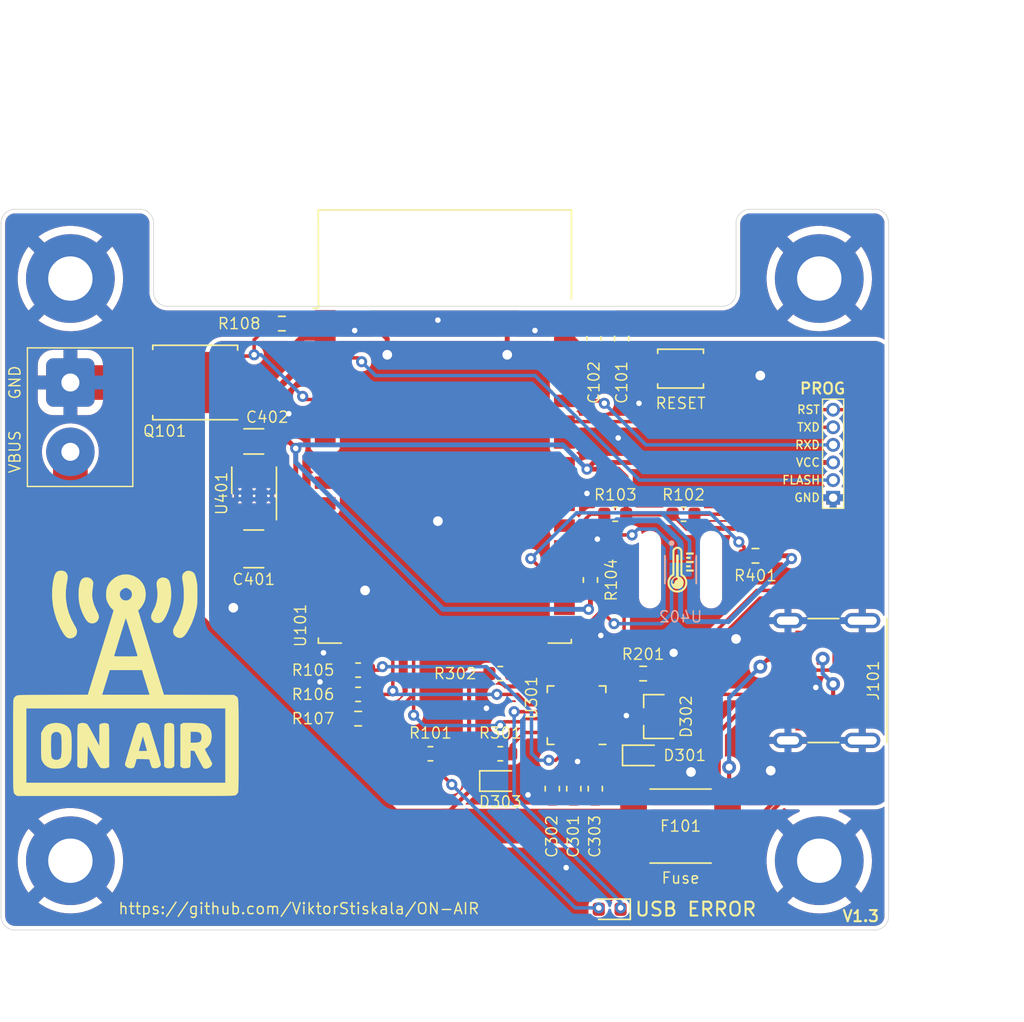
<source format=kicad_pcb>
(kicad_pcb (version 20200922) (generator pcbnew)
  (title_block (title "On AIR controller board") (rev "${version}"))
  (layers (0 "F.Cu" signal) (31 "B.Cu" signal) (34 "B.Paste" user) (35 "F.Paste" user) (36 "B.SilkS" user "B.Silkscreen") (37 "F.SilkS" user "F.Silkscreen") (38 "B.Mask" user) (39 "F.Mask" user) (44 "Edge.Cuts" user))
  (property "version" "1.3")
  (net 0 "")
  (net 1 "GND")
  (net 2 "+3V3")
  (net 3 "VBUS")
  (net 4 "Net-(C301-Pad1)")
  (net 5 "Net-(C302-Pad1)")
  (net 6 "/CC2")
  (net 7 "/CC1")
  (net 8 "/ESP_RX")
  (net 9 "/ESP_TX")
  (net 10 "/GPIO")
  (net 11 "/GP_PWM")
  (net 12 "/ESP_EN")
  (net 13 "/SCL")
  (net 14 "/SDA")
  (net 15 "/POK2")
  (net 16 "/POK3")
  (net 17 "Net-(R301-Pad1)")
  (net 18 "/GND_OUT")
  (net 19 "/USB_VIN")
  (net 20 "Net-(D101-Pad2)")
  (net 21 "Net-(R302-Pad2)")
  (net 22 "/ESP_IO0")
  (net 23 "/VBUS_EN_SNK")
  (net 24 "/ALERT_TEMP")
  (net 25 "/USB-C PD/RST")
  (module "Capacitor_SMD:C_0603_1608Metric" (layer "F.Cu") (at 159.75 74.33 90)
    (fp_text reference "C101" (at -3.17 0 90) (layer "F.SilkS") (effects (font (size 0.8 0.8) (thickness 0.1))))
    (fp_text value "1uF")
    (pad "1" smd roundrect (at -0.7875 0 90) (size 0.875 0.95) (layers "F.Cu" "F.Paste" "F.Mask") (net 12 "/ESP_EN"))
    (pad "2" smd roundrect (at 0.7875 0 90) (size 0.875 0.95) (layers "F.Cu" "F.Paste" "F.Mask") (net 1 "GND"))
  )
  (module "Capacitor_SMD:C_0603_1608Metric" (layer "F.Cu") (at 156.3 106.8 -90)
    (fp_text reference "C301" (at 3.45 0.043 90) (layer "F.SilkS") (effects (font (size 0.8 0.8) (thickness 0.1))))
    (fp_text value "1uF")
    (pad "1" smd roundrect (at -0.7875 0 270) (size 0.875 0.95) (layers "F.Cu" "F.Paste" "F.Mask") (net 4 "Net-(C301-Pad1)"))
    (pad "2" smd roundrect (at 0.7875 0 270) (size 0.875 0.95) (layers "F.Cu" "F.Paste" "F.Mask") (net 1 "GND"))
  )
  (module "Capacitor_SMD:C_0603_1608Metric" (layer "F.Cu") (at 157.85 106.8 -90)
    (fp_text reference "C303" (at 3.45 0.043 90) (layer "F.SilkS") (effects (font (size 0.8 0.8) (thickness 0.1))))
    (fp_text value "1uF")
    (pad "1" smd roundrect (at -0.7875 0 270) (size 0.875 0.95) (layers "F.Cu" "F.Paste" "F.Mask") (net 3 "VBUS"))
    (pad "2" smd roundrect (at 0.7875 0 270) (size 0.875 0.95) (layers "F.Cu" "F.Paste" "F.Mask") (net 1 "GND"))
  )
  (module "Diode_SMD:D_0603_1608Metric" (layer "F.Cu") (at 161.3 104.4)
    (fp_text reference "D301" (at 3 0) (layer "F.SilkS") (effects (font (size 0.8 0.8) (thickness 0.1))))
    (fp_text value "ESDA25P35")
    (pad "1" smd roundrect (at -0.7875 0) (size 0.875 0.95) (layers "F.Cu" "F.Paste" "F.Mask") (net 3 "VBUS"))
    (pad "2" smd roundrect (at 0.7875 0) (size 0.875 0.95) (layers "F.Cu" "F.Paste" "F.Mask") (net 1 "GND"))
  )
  (module "ViktorStiskala:ESProg_THT_1.27mm" (layer "F.Cu") (at 175 83.27)
    (fp_text reference "P101" hide)
    (fp_text value "ESProg_Mating_Header" hide)
    (fp_text user "GND" (at -1.878 2.54) (layer "F.SilkS") (effects (font (size 0.6 0.6) (thickness 0.1))))
    (fp_text user "RST" (at -1.778 -3.81) (layer "F.SilkS") (effects (font (size 0.6 0.6) (thickness 0.1))))
    (fp_text user "RXD" (at -1.849429 -1.27) (layer "F.SilkS") (effects (font (size 0.6 0.6) (thickness 0.1))))
    (fp_text user "VCC" (at -1.820857 0) (layer "F.SilkS") (effects (font (size 0.6 0.6) (thickness 0.1))))
    (fp_text user "PROG" (at -0.762 -5.334) (layer "F.SilkS") (effects (font (size 0.8 0.8))))
    (fp_text user "FLASH" (at -2.306571 1.27) (layer "F.SilkS") (effects (font (size 0.6 0.6) (thickness 0.1))))
    (fp_text user "TXD" (at -1.778 -2.54) (layer "F.SilkS") (effects (font (size 0.6 0.6) (thickness 0.1))))
    (pad "1" thru_hole rect (at 0 2.54) (size 1 1) (drill 0.6) (layers *.Cu *.Mask) (net 1 "GND") (clearance 0.2))
    (pad "2" thru_hole circle (at 0 1.27) (size 1 1) (drill 0.6) (layers *.Cu *.Mask) (net 22 "/ESP_IO0") (clearance 0.25))
    (pad "3" thru_hole circle (at 0 0) (size 1 1) (drill 0.6) (layers *.Cu *.Mask) (net 2 "+3V3") (clearance 0.25))
    (pad "4" thru_hole circle (at 0 -1.27) (size 1 1) (drill 0.6) (layers *.Cu *.Mask) (net 8 "/ESP_RX") (clearance 0.25))
    (pad "5" thru_hole circle (at 0 -2.54) (size 1 1) (drill 0.6) (layers *.Cu *.Mask) (net 9 "/ESP_TX") (clearance 0.25))
    (pad "6" thru_hole circle (at 0 -3.81) (size 1 1) (drill 0.6) (layers *.Cu *.Mask) (net 12 "/ESP_EN") (clearance 0.25))
  )
  (module "Resistor_SMD:R_0603_1608Metric" (layer "F.Cu") (at 164.2125 87 180)
    (fp_text reference "R102" (at 0 1.4) (layer "F.SilkS") (effects (font (size 0.8 0.8) (thickness 0.1))))
    (fp_text value "10K")
    (pad "1" smd roundrect (at -0.7875 0 180) (size 0.875 0.95) (layers "F.Cu" "F.Paste" "F.Mask") (net 12 "/ESP_EN"))
    (pad "2" smd roundrect (at 0.7875 0 180) (size 0.875 0.95) (layers "F.Cu" "F.Paste" "F.Mask") (net 2 "+3V3"))
  )
  (module "Resistor_SMD:R_0603_1608Metric" (layer "F.Cu") (at 159.2875 87 180)
    (fp_text reference "R103" (at -0.0125 1.4) (layer "F.SilkS") (effects (font (size 0.8 0.8) (thickness 0.1))))
    (fp_text value "10K")
    (pad "1" smd roundrect (at -0.7875 0 180) (size 0.875 0.95) (layers "F.Cu" "F.Paste" "F.Mask") (net 2 "+3V3"))
    (pad "2" smd roundrect (at 0.7875 0 180) (size 0.875 0.95) (layers "F.Cu" "F.Paste" "F.Mask") (net 13 "/SCL"))
  )
  (module "Resistor_SMD:R_0603_1608Metric" (layer "F.Cu") (at 157.5 91.75 90)
    (fp_text reference "R104" (at 0 1.5 90) (layer "F.SilkS") (effects (font (size 0.8 0.8) (thickness 0.1))))
    (fp_text value "10K")
    (pad "1" smd roundrect (at -0.7875 0 90) (size 0.875 0.95) (layers "F.Cu" "F.Paste" "F.Mask") (net 2 "+3V3"))
    (pad "2" smd roundrect (at 0.7875 0 90) (size 0.875 0.95) (layers "F.Cu" "F.Paste" "F.Mask") (net 14 "/SDA"))
  )
  (module "Resistor_SMD:R_0603_1608Metric" (layer "F.Cu") (at 140.75 98.25)
    (fp_text reference "R105" (at -3.25 0) (layer "F.SilkS") (effects (font (size 0.8 0.8) (thickness 0.1))))
    (fp_text value "10K")
    (pad "1" smd roundrect (at -0.7875 0) (size 0.875 0.95) (layers "F.Cu" "F.Paste" "F.Mask") (net 2 "+3V3"))
    (pad "2" smd roundrect (at 0.7875 0) (size 0.875 0.95) (layers "F.Cu" "F.Paste" "F.Mask") (net 15 "/POK2"))
  )
  (module "Resistor_SMD:R_0603_1608Metric" (layer "F.Cu") (at 140.75 100)
    (fp_text reference "R106" (at -3.25 0) (layer "F.SilkS") (effects (font (size 0.8 0.8) (thickness 0.1))))
    (fp_text value "10K")
    (pad "1" smd roundrect (at -0.7875 0) (size 0.875 0.95) (layers "F.Cu" "F.Paste" "F.Mask") (net 2 "+3V3"))
    (pad "2" smd roundrect (at 0.7875 0) (size 0.875 0.95) (layers "F.Cu" "F.Paste" "F.Mask") (net 16 "/POK3"))
  )
  (module "RF_Module:ESP32-S2-WROVER" (layer "F.Cu") (at 147 84.5)
    (fp_text reference "U101" (at -10.41 10.53 90) (layer "F.SilkS") (effects (font (size 0.8 0.8) (thickness 0.1))))
    (fp_text value "ESP32-S2-WROVER")
    (pad "1" smd rect (at -8.625 -11.775) (size 1.5 0.9) (layers "F.Cu" "F.Paste" "F.Mask") (net 1 "GND"))
    (pad "2" smd rect (at -8.625 -10.275) (size 1.5 0.9) (layers "F.Cu" "F.Paste" "F.Mask") (net 2 "+3V3"))
    (pad "3" smd rect (at -8.625 -8.775) (size 1.5 0.9) (layers "F.Cu" "F.Paste" "F.Mask") (net 22 "/ESP_IO0"))
    (pad "4" smd rect (at -8.625 -7.275) (size 1.5 0.9) (layers "F.Cu" "F.Paste" "F.Mask"))
    (pad "5" smd rect (at -8.625 -5.775) (size 1.5 0.9) (layers "F.Cu" "F.Paste" "F.Mask") (net 11 "/GP_PWM"))
    (pad "6" smd rect (at -8.625 -4.275) (size 1.5 0.9) (layers "F.Cu" "F.Paste" "F.Mask"))
    (pad "7" smd rect (at -8.625 -2.775) (size 1.5 0.9) (layers "F.Cu" "F.Paste" "F.Mask"))
    (pad "8" smd rect (at -8.625 -1.275) (size 1.5 0.9) (layers "F.Cu" "F.Paste" "F.Mask"))
    (pad "9" smd rect (at -8.625 0.225) (size 1.5 0.9) (layers "F.Cu" "F.Paste" "F.Mask"))
    (pad "10" smd rect (at -8.625 1.725) (size 1.5 0.9) (layers "F.Cu" "F.Paste" "F.Mask"))
    (pad "11" smd rect (at -8.625 3.225) (size 1.5 0.9) (layers "F.Cu" "F.Paste" "F.Mask"))
    (pad "12" smd rect (at -8.625 4.725) (size 1.5 0.9) (layers "F.Cu" "F.Paste" "F.Mask"))
    (pad "13" smd rect (at -8.625 6.225) (size 1.5 0.9) (layers "F.Cu" "F.Paste" "F.Mask"))
    (pad "14" smd rect (at -8.625 7.725) (size 1.5 0.9) (layers "F.Cu" "F.Paste" "F.Mask"))
    (pad "15" smd rect (at -8.625 9.225 180) (size 1.5 0.9) (layers "F.Cu" "F.Paste" "F.Mask"))
    (pad "16" smd rect (at -8.625 10.725 180) (size 1.5 0.9) (layers "F.Cu" "F.Paste" "F.Mask"))
    (pad "17" smd rect (at -6.75 11.475) (size 0.9 1.5) (layers "F.Cu" "F.Paste" "F.Mask"))
    (pad "18" smd rect (at -5.25 11.475) (size 0.9 1.5) (layers "F.Cu" "F.Paste" "F.Mask") (net 15 "/POK2"))
    (pad "19" smd rect (at -3.75 11.475) (size 0.9 1.5) (layers "F.Cu" "F.Paste" "F.Mask") (net 16 "/POK3"))
    (pad "20" smd rect (at -2.25 11.475) (size 0.9 1.5) (layers "F.Cu" "F.Paste" "F.Mask") (net 23 "/VBUS_EN_SNK"))
    (pad "21" smd rect (at -0.75 11.475) (size 0.9 1.5) (layers "F.Cu" "F.Paste" "F.Mask"))
    (pad "22" smd rect (at 0.75 11.475) (size 0.9 1.5) (layers "F.Cu" "F.Paste" "F.Mask"))
    (pad "23" smd rect (at 2.25 11.475) (size 0.9 1.5) (layers "F.Cu" "F.Paste" "F.Mask"))
    (pad "24" smd rect (at 3.75 11.475) (size 0.9 1.5) (layers "F.Cu" "F.Paste" "F.Mask"))
    (pad "25" smd rect (at 5.25 11.475) (size 0.9 1.5) (layers "F.Cu" "F.Paste" "F.Mask"))
    (pad "26" smd rect (at 6.75 11.475) (size 0.9 1.5) (layers "F.Cu" "F.Paste" "F.Mask") (net 1 "GND"))
    (pad "27" smd rect (at 8.625 10.825) (size 1.5 0.9) (layers "F.Cu" "F.Paste" "F.Mask"))
    (pad "28" smd rect (at 8.625 9.325) (size 1.5 0.9) (layers "F.Cu" "F.Paste" "F.Mask"))
    (pad "29" smd rect (at 8.625 7.825) (size 1.5 0.9) (layers "F.Cu" "F.Paste" "F.Mask"))
    (pad "30" smd rect (at 8.625 6.325) (size 1.5 0.9) (layers "F.Cu" "F.Paste" "F.Mask") (net 24 "/ALERT_TEMP"))
    (pad "31" smd rect (at 8.625 4.825) (size 1.5 0.9) (layers "F.Cu" "F.Paste" "F.Mask") (net 14 "/SDA"))
    (pad "32" smd rect (at 8.625 3.325) (size 1.5 0.9) (layers "F.Cu" "F.Paste" "F.Mask") (net 13 "/SCL"))
    (pad "33" smd rect (at 8.625 1.825) (size 1.5 0.9) (layers "F.Cu" "F.Paste" "F.Mask"))
    (pad "34" smd rect (at 8.625 0.325) (size 1.5 0.9) (layers "F.Cu" "F.Paste" "F.Mask"))
    (pad "35" smd rect (at 8.625 -1.175) (size 1.5 0.9) (layers "F.Cu" "F.Paste" "F.Mask"))
    (pad "36" smd rect (at 8.625 -2.675) (size 1.5 0.9) (layers "F.Cu" "F.Paste" "F.Mask"))
    (pad "37" smd rect (at 8.625 -4.175) (size 1.5 0.9) (layers "F.Cu" "F.Paste" "F.Mask") (net 9 "/ESP_TX"))
    (pad "38" smd rect (at 8.625 -5.675) (size 1.5 0.9) (layers "F.Cu" "F.Paste" "F.Mask") (net 8 "/ESP_RX"))
    (pad "39" smd rect (at 8.625 -7.175) (size 1.5 0.9) (layers "F.Cu" "F.Paste" "F.Mask"))
    (pad "40" smd rect (at 8.625 -8.775) (size 1.5 0.9) (layers "F.Cu" "F.Paste" "F.Mask"))
    (pad "41" smd rect (at 8.625 -10.275) (size 1.5 0.9) (layers "F.Cu" "F.Paste" "F.Mask") (net 12 "/ESP_EN"))
    (pad "42" smd rect (at 8.625 -11.675) (size 1.5 0.9) (layers "F.Cu" "F.Paste" "F.Mask") (net 1 "GND"))
    (pad "43" smd rect (at -1.19 -3.735) (size 4.1 4.1) (layers "F.Cu" "F.Paste" "F.Mask") (net 1 "GND"))
  )
  (module "Package_DFN_QFN:QFN-24-1EP_4x4mm_P0.5mm_EP2.7x2.7mm" (layer "F.Cu") (at 156.5 101.5 180)
    (fp_text reference "U301" (at 3.25 1.25 90) (layer "F.SilkS") (effects (font (size 0.8 0.8) (thickness 0.1))))
    (fp_text value "STUSB4500QTR")
    (pad "1" smd roundrect (at -1.9625 -1.25 180) (size 0.825 0.25) (layers "F.Cu" "F.Paste" "F.Mask") (net 7 "/CC1"))
    (pad "2" smd roundrect (at -1.9625 -0.75 180) (size 0.825 0.25) (layers "F.Cu" "F.Paste" "F.Mask") (net 7 "/CC1"))
    (pad "3" smd roundrect (at -1.9625 -0.25 180) (size 0.825 0.25) (layers "F.Cu" "F.Paste" "F.Mask"))
    (pad "4" smd roundrect (at -1.9625 0.25 180) (size 0.825 0.25) (layers "F.Cu" "F.Paste" "F.Mask") (net 6 "/CC2"))
    (pad "5" smd roundrect (at -1.9625 0.75 180) (size 0.825 0.25) (layers "F.Cu" "F.Paste" "F.Mask") (net 6 "/CC2"))
    (pad "6" smd roundrect (at -1.9625 1.25 180) (size 0.825 0.25) (layers "F.Cu" "F.Paste" "F.Mask") (net 25 "/USB-C PD/RST"))
    (pad "7" smd roundrect (at -1.25 1.9625 180) (size 0.25 0.825) (layers "F.Cu" "F.Paste" "F.Mask") (net 13 "/SCL"))
    (pad "8" smd roundrect (at -0.75 1.9625 180) (size 0.25 0.825) (layers "F.Cu" "F.Paste" "F.Mask") (net 14 "/SDA"))
    (pad "9" smd roundrect (at -0.25 1.9625 180) (size 0.25 0.825) (layers "F.Cu" "F.Paste" "F.Mask") (net 21 "Net-(R302-Pad2)"))
    (pad "10" smd roundrect (at 0.25 1.9625 180) (size 0.25 0.825) (layers "F.Cu" "F.Paste" "F.Mask") (net 1 "GND"))
    (pad "11" smd roundrect (at 0.75 1.9625 180) (size 0.25 0.825) (layers "F.Cu" "F.Paste" "F.Mask"))
    (pad "12" smd roundrect (at 1.25 1.9625 180) (size 0.25 0.825) (layers "F.Cu" "F.Paste" "F.Mask") (net 1 "GND"))
    (pad "13" smd roundrect (at 1.9625 1.25 180) (size 0.825 0.25) (layers "F.Cu" "F.Paste" "F.Mask") (net 1 "GND"))
    (pad "14" smd roundrect (at 1.9625 0.75 180) (size 0.825 0.25) (layers "F.Cu" "F.Paste" "F.Mask") (net 16 "/POK3"))
    (pad "15" smd roundrect (at 1.9625 0.25 180) (size 0.825 0.25) (layers "F.Cu" "F.Paste" "F.Mask") (net 10 "/GPIO"))
    (pad "16" smd roundrect (at 1.9625 -0.25 180) (size 0.825 0.25) (layers "F.Cu" "F.Paste" "F.Mask") (net 23 "/VBUS_EN_SNK"))
    (pad "17" smd roundrect (at 1.9625 -0.75 180) (size 0.825 0.25) (layers "F.Cu" "F.Paste" "F.Mask"))
    (pad "18" smd roundrect (at 1.9625 -1.25 180) (size 0.825 0.25) (layers "F.Cu" "F.Paste" "F.Mask") (net 17 "Net-(R301-Pad1)"))
    (pad "19" smd roundrect (at 1.25 -1.9625 180) (size 0.25 0.825) (layers "F.Cu" "F.Paste" "F.Mask"))
    (pad "20" smd roundrect (at 0.75 -1.9625 180) (size 0.25 0.825) (layers "F.Cu" "F.Paste" "F.Mask") (net 15 "/POK2"))
    (pad "21" smd roundrect (at 0.25 -1.9625 180) (size 0.25 0.825) (layers "F.Cu" "F.Paste" "F.Mask") (net 5 "Net-(C302-Pad1)"))
    (pad "22" smd roundrect (at -0.25 -1.9625 180) (size 0.25 0.825) (layers "F.Cu" "F.Paste" "F.Mask") (net 1 "GND"))
    (pad "23" smd roundrect (at -0.75 -1.9625 180) (size 0.25 0.825) (layers "F.Cu" "F.Paste" "F.Mask") (net 4 "Net-(C301-Pad1)"))
    (pad "24" smd roundrect (at -1.25 -1.9625 180) (size 0.25 0.825) (layers "F.Cu" "F.Paste" "F.Mask") (net 3 "VBUS") (clearance 0.2))
    (pad "25" smd rect (at 0 0 180) (size 2.7 2.7) (layers "F.Cu" "F.Mask") (net 1 "GND"))
  )
  (module "MountingHole:MountingHole_3.2mm_M3_Pad" (layer "F.Cu") (at 120 70)
    (fp_text reference "H101" hide)
    (fp_text value "Mount" hide)
    (pad "1" thru_hole circle (at 0 0) (size 6.4 6.4) (drill 3.2) (layers *.Cu *.Mask) (net 18 "/GND_OUT"))
  )
  (module "MountingHole:MountingHole_3.2mm_M3_Pad" (layer "F.Cu") (at 174 70)
    (fp_text reference "H102" hide)
    (fp_text value "Mount" hide)
    (pad "1" thru_hole circle (at 0 0) (size 6.4 6.4) (drill 3.2) (layers *.Cu *.Mask) (net 18 "/GND_OUT"))
  )
  (module "MountingHole:MountingHole_3.2mm_M3_Pad" (layer "F.Cu") (at 120 112)
    (fp_text reference "H103" hide)
    (fp_text value "Mount" hide)
    (pad "1" thru_hole circle (at 0 0) (size 6.4 6.4) (drill 3.2) (layers *.Cu *.Mask) (net 18 "/GND_OUT"))
  )
  (module "MountingHole:MountingHole_3.2mm_M3_Pad" (layer "F.Cu") (at 174 112)
    (fp_text reference "H104" hide)
    (fp_text value "Mount" hide)
    (pad "1" thru_hole circle (at 0 0) (size 6.4 6.4) (drill 3.2) (layers *.Cu *.Mask) (net 18 "/GND_OUT"))
  )
  (module "ViktorStiskala:DG301-5.0-02P-12-18A" (layer "F.Cu") (at 120 80 -90)
    (fp_text reference "J102" hide)
    (fp_text value "Screw_Terminal_01x02")
    (fp_text user "VBUS" (at 2.5 4 -90) (layer "F.SilkS") (effects (font (size 0.8 0.8) (thickness 0.1))))
    (fp_text user "GND" (at -2.499999 4 -90) (layer "F.SilkS") (effects (font (size 0.8 0.8) (thickness 0.1))))
    (pad "1" thru_hole roundrect (at -2.5 0 270) (size 3.5 3.5) (drill 1.3) (layers *.Cu *.Mask) (roundrect_rratio 0.15) (net 18 "/GND_OUT"))
    (pad "2" thru_hole circle (at 2.5 0 270) (size 3.5 3.5) (drill 1.3) (layers *.Cu *.Mask) (net 3 "VBUS"))
  )
  (module "ViktorStiskala:USB_C_Receptacle_Molex_105450-0101" (layer "F.Cu") (at 175.1 99 90)
    (fp_text reference "J101" (at 0 2.794 90) (layer "F.SilkS") (effects (font (size 0.8 0.8) (thickness 0.1))))
    (fp_text value "USB_C_Receptacle")
    (pad "A1" smd rect (at -3 -3.77 90) (size 0.3 0.7) (layers "F.Cu" "F.Paste" "F.Mask") (net 1 "GND"))
    (pad "A2" smd rect (at -2.5 -3.77 90) (size 0.3 0.7) (layers "F.Cu" "F.Paste" "F.Mask"))
    (pad "A3" smd rect (at -2 -3.77 90) (size 0.3 0.7) (layers "F.Cu" "F.Paste" "F.Mask"))
    (pad "A4" smd rect (at -1.5 -3.77 90) (size 0.3 0.7) (layers "F.Cu" "F.Paste" "F.Mask") (net 19 "/USB_VIN"))
    (pad "A5" smd rect (at -1 -3.77 90) (size 0.3 0.7) (layers "F.Cu" "F.Paste" "F.Mask") (net 7 "/CC1"))
    (pad "A6" smd rect (at -0.5 -3.77 90) (size 0.3 0.7) (layers "F.Cu" "F.Paste" "F.Mask"))
    (pad "A7" smd rect (at 0.5 -3.77 90) (size 0.3 0.7) (layers "F.Cu" "F.Paste" "F.Mask"))
    (pad "A8" smd rect (at 1 -3.77 90) (size 0.3 0.7) (layers "F.Cu" "F.Paste" "F.Mask"))
    (pad "A9" smd rect (at 1.5 -3.77 90) (size 0.3 0.7) (layers "F.Cu" "F.Paste" "F.Mask") (net 19 "/USB_VIN"))
    (pad "A10" smd rect (at 2 -3.77 90) (size 0.3 0.7) (layers "F.Cu" "F.Paste" "F.Mask"))
    (pad "A11" smd rect (at 2.5 -3.77 90) (size 0.3 0.7) (layers "F.Cu" "F.Paste" "F.Mask"))
    (pad "A12" smd rect (at 3 -3.77 90) (size 0.3 0.7) (layers "F.Cu" "F.Paste" "F.Mask") (net 1 "GND"))
    (pad "B1" smd rect (at 3.1 -2.47 90) (size 1 0.7) (layers "F.Cu" "F.Paste" "F.Mask") (net 1 "GND"))
    (pad "B2" smd rect (at 2.25 -2.47 90) (size 0.3 0.7) (layers "F.Cu" "F.Paste" "F.Mask"))
    (pad "B3" smd rect (at 1.75 -2.47 90) (size 0.3 0.7) (layers "F.Cu" "F.Paste" "F.Mask"))
    (pad "B4" smd rect (at 1.25 -2.47 90) (size 0.3 0.7) (layers "F.Cu" "F.Paste" "F.Mask") (net 19 "/USB_VIN"))
    (pad "B5" smd rect (at 0.75 -2.47 90) (size 0.3 0.7) (layers "F.Cu" "F.Paste" "F.Mask") (net 6 "/CC2"))
    (pad "B6" smd rect (at 0.25 -2.47 90) (size 0.3 0.7) (layers "F.Cu" "F.Paste" "F.Mask"))
    (pad "B7" smd rect (at -0.25 -2.47 90) (size 0.3 0.7) (layers "F.Cu" "F.Paste" "F.Mask"))
    (pad "B8" smd rect (at -0.75 -2.47 90) (size 0.3 0.7) (layers "F.Cu" "F.Paste" "F.Mask"))
    (pad "B9" smd rect (at -1.25 -2.47 90) (size 0.3 0.7) (layers "F.Cu" "F.Paste" "F.Mask") (net 19 "/USB_VIN"))
    (pad "B10" smd rect (at -1.75 -2.47 90) (size 0.3 0.7) (layers "F.Cu" "F.Paste" "F.Mask"))
    (pad "B11" smd rect (at -2.25 -2.47 90) (size 0.3 0.7) (layers "F.Cu" "F.Paste" "F.Mask"))
    (pad "B12" smd rect (at -3.1 -2.47 90) (size 1 0.7) (layers "F.Cu" "F.Paste" "F.Mask") (net 1 "GND"))
    (pad "S1" thru_hole oval (at 4.32 -3.36 180) (size 2.2 1.1) (drill oval 1.6 0.6) (layers *.Cu *.Mask) (net 1 "GND"))
    (pad "S1" thru_hole oval (at -4.32 -3.36 180) (size 2.2 1.1) (drill oval 1.6 0.6) (layers *.Cu *.Mask) (net 1 "GND"))
    (pad "S1" thru_hole oval (at 4.32 2 180) (size 2.6 1.1) (drill oval 2.1 0.6) (layers *.Cu *.Mask) (net 1 "GND"))
    (pad "S1" thru_hole oval (at -4.32 2 180) (size 2.6 1.1) (drill oval 2.1 0.6) (layers *.Cu *.Mask) (net 1 "GND"))
  )
  (module "Button_Switch_SMD:SW_SPST_B3U-1000P" (layer "F.Cu") (at 164 76.5)
    (fp_text reference "SW101" hide)
    (fp_text value "RESET")
    (fp_text user "RESET" (at 0 2.5 180) (layer "F.SilkS") (effects (font (size 0.8 0.8) (thickness 0.1))))
    (pad "1" smd rect (at -1.7 0) (size 0.9 1.7) (layers "F.Cu" "F.Paste" "F.Mask") (net 12 "/ESP_EN"))
    (pad "2" smd rect (at 1.7 0) (size 0.9 1.7) (layers "F.Cu" "F.Paste" "F.Mask") (net 1 "GND"))
  )
  (module "Capacitor_SMD:C_0603_1608Metric" (layer "F.Cu") (at 154.75 106.8 -90)
    (fp_text reference "C302" (at 3.45 0.043 90) (layer "F.SilkS") (effects (font (size 0.8 0.8) (thickness 0.1))))
    (fp_text value "1uF")
    (pad "1" smd roundrect (at -0.7875 0 270) (size 0.875 0.95) (layers "F.Cu" "F.Paste" "F.Mask") (net 5 "Net-(C302-Pad1)"))
    (pad "2" smd roundrect (at 0.7875 0 270) (size 0.875 0.95) (layers "F.Cu" "F.Paste" "F.Mask") (net 1 "GND"))
  )
  (module "Package_TO_SOT_SMD:SOT-23" (layer "F.Cu") (at 162.1 101.6 180)
    (fp_text reference "D302" (at -2.3 0 90) (layer "F.SilkS") (effects (font (size 0.8 0.8) (thickness 0.1))))
    (fp_text value "ESDA25W")
    (pad "1" smd rect (at -1 -0.95 180) (size 0.9 0.8) (layers "F.Cu" "F.Paste" "F.Mask") (net 7 "/CC1"))
    (pad "2" smd rect (at -1 0.95 180) (size 0.9 0.8) (layers "F.Cu" "F.Paste" "F.Mask") (net 6 "/CC2"))
    (pad "3" smd rect (at 1 0 180) (size 0.9 0.8) (layers "F.Cu" "F.Paste" "F.Mask") (net 1 "GND"))
  )
  (module "Fuse:Fuse_2920_7451Metric" (layer "F.Cu") (at 164 109.5)
    (fp_text reference "F101" (at 0 0) (layer "F.SilkS") (effects (font (size 0.8 0.8) (thickness 0.1))))
    (fp_text value "Polyfuse")
    (fp_text user "Fuse" (at 0 3.75) (layer "F.SilkS") (effects (font (size 0.8 0.8) (thickness 0.1))))
    (pad "1" smd roundrect (at -3.3875 0) (size 1.925 5.45) (layers "F.Cu" "F.Paste" "F.Mask") (roundrect_rratio 0.1298701298701299) (net 3 "VBUS"))
    (pad "2" smd roundrect (at 3.3875 0) (size 1.925 5.45) (layers "F.Cu" "F.Paste" "F.Mask") (roundrect_rratio 0.1298701298701299) (net 19 "/USB_VIN"))
  )
  (module "Resistor_SMD:R_0603_1608Metric" (layer "F.Cu") (at 151 98.5)
    (fp_text reference "R302" (at -3.25 0) (layer "F.SilkS") (effects (font (size 0.8 0.8) (thickness 0.1))))
    (fp_text value "1K")
    (pad "1" smd roundrect (at -0.7875 0) (size 0.875 0.95) (layers "F.Cu" "F.Paste" "F.Mask") (net 3 "VBUS"))
    (pad "2" smd roundrect (at 0.7875 0) (size 0.875 0.95) (layers "F.Cu" "F.Paste" "F.Mask") (net 21 "Net-(R302-Pad2)"))
  )
  (module "Resistor_SMD:R_0603_1608Metric" (layer "F.Cu") (at 151 104.284088 180)
    (fp_text reference "R301" (at 0 1.5) (layer "F.SilkS") (effects (font (size 0.8 0.8) (thickness 0.1))))
    (fp_text value "1K")
    (pad "1" smd roundrect (at -0.7875 0 180) (size 0.875 0.95) (layers "F.Cu" "F.Paste" "F.Mask") (net 17 "Net-(R301-Pad1)"))
    (pad "2" smd roundrect (at 0.7875 0 180) (size 0.875 0.95) (layers "F.Cu" "F.Paste" "F.Mask") (net 3 "VBUS"))
  )
  (module "Diode_SMD:D_0603_1608Metric" (layer "F.Cu") (at 158.8875 115.5 180)
    (fp_text reference "D101" hide)
    (fp_text value "ERROR")
    (fp_text user "USB ERROR" (at -1.75 0) (layer "F.SilkS") (effects (justify left)))
    (pad "1" smd roundrect (at -0.7875 0 180) (size 0.875 0.95) (layers "F.Cu" "F.Paste" "F.Mask") (net 10 "/GPIO"))
    (pad "2" smd roundrect (at 0.7875 0 180) (size 0.875 0.95) (layers "F.Cu" "F.Paste" "F.Mask") (net 20 "Net-(D101-Pad2)"))
  )
  (module "Resistor_SMD:R_0603_1608Metric" (layer "F.Cu") (at 145.9625 104.284088 180)
    (fp_text reference "R101" (at 0 1.5) (layer "F.SilkS") (effects (font (size 0.8 0.8) (thickness 0.1))))
    (fp_text value "60R")
    (pad "1" smd roundrect (at -0.7875 0 180) (size 0.875 0.95) (layers "F.Cu" "F.Paste" "F.Mask") (net 20 "Net-(D101-Pad2)"))
    (pad "2" smd roundrect (at 0.7875 0 180) (size 0.875 0.95) (layers "F.Cu" "F.Paste" "F.Mask") (net 2 "+3V3"))
  )
  (module "Package_TO_SOT_SMD:TDSON-8-1" (layer "F.Cu") (at 129 77.5 180)
    (fp_text reference "Q101" (at 2.2 -3.5) (layer "F.SilkS") (effects (font (size 0.8 0.8) (thickness 0.1))))
    (fp_text value "BSC0503NSI")
    (pad "1" smd rect (at -2.9 -1.905 180) (size 0.85 0.5) (layers "F.Cu" "F.Paste" "F.Mask") (net 1 "GND"))
    (pad "2" smd rect (at -2.9 -0.635 180) (size 0.85 0.5) (layers "F.Cu" "F.Paste" "F.Mask") (net 1 "GND"))
    (pad "3" smd rect (at -2.9 0.635 180) (size 0.85 0.5) (layers "F.Cu" "F.Paste" "F.Mask") (net 1 "GND"))
    (pad "4" smd rect (at -2.9 1.905 180) (size 0.85 0.5) (layers "F.Cu" "F.Paste" "F.Mask") (net 11 "/GP_PWM"))
    (pad "5" smd rect (at 1.05 0 180) (size 4.55 4.41) (layers "F.Cu") (net 18 "/GND_OUT"))
  )
  (module "Diode_SMD:D_0603_1608Metric" (layer "F.Cu") (at 151 106.25)
    (fp_text reference "D303" (at 0 1.5) (layer "F.SilkS") (effects (font (size 0.8 0.8) (thickness 0.1))))
    (fp_text value "ESDA25P35")
    (pad "1" smd roundrect (at -0.7875 0) (size 0.875 0.95) (layers "F.Cu" "F.Paste" "F.Mask") (net 3 "VBUS"))
    (pad "2" smd roundrect (at 0.7875 0) (size 0.875 0.95) (layers "F.Cu" "F.Paste" "F.Mask") (net 1 "GND"))
  )
  (module "Capacitor_SMD:C_1206_3216Metric" (layer "F.Cu") (at 133.225 81.75)
    (fp_text reference "C402" (at 0.975 -1.75) (layer "F.SilkS") (effects (font (size 0.8 0.8) (thickness 0.1))))
    (fp_text value "33uF")
    (pad "1" smd roundrect (at -1.475 0) (size 1.15 1.8) (layers "F.Cu" "F.Paste" "F.Mask") (roundrect_rratio 0.2173913043478261) (net 1 "GND"))
    (pad "2" smd roundrect (at 1.475 0) (size 1.15 1.8) (layers "F.Cu" "F.Paste" "F.Mask") (roundrect_rratio 0.2173913043478261) (net 2 "+3V3"))
  )
  (module "Graphics:ON_AIR" (layer "F.Cu") (at 124 99.2)
    (fp_text reference "G101" hide)
    (fp_text value "image" hide)
  )
  (module "Graphics:Temperature" (layer "F.Cu") (at 164 91)
    (fp_text reference "G102" hide)
    (fp_text value "image" hide)
  )
  (module "Package_LGA:Texas_SIL0010A_MicroSiP-10-1EP_3.8x3mm_P0.6mm_EP0.7x2.9mm_ThermalVias" (layer "F.Cu") (at 133.25 85.5 90)
    (fp_text reference "U401" (at 0 -2.35 90) (layer "F.SilkS") (effects (font (size 0.8 0.8) (thickness 0.1))))
    (fp_text value "LMZM23600V3")
    (pad "1" smd roundrect (at -1.525 -1.2 90) (size 0.8 0.45) (layers "F.Cu" "F.Paste" "F.Mask") (net 1 "GND") (clearance 0.1))
    (pad "2" smd roundrect (at -1.525 -0.6 90) (size 0.8 0.45) (layers "F.Cu" "F.Paste" "F.Mask") (net 1 "GND") (clearance 0.1))
    (pad "3" smd roundrect (at -1.525 0 90) (size 0.8 0.45) (layers "F.Cu" "F.Paste" "F.Mask") (net 3 "VBUS") (clearance 0.1))
    (pad "4" smd roundrect (at -1.525 0.6 90) (size 0.8 0.45) (layers "F.Cu" "F.Paste" "F.Mask") (net 3 "VBUS") (clearance 0.1))
    (pad "5" smd roundrect (at -1.525 1.2 90) (size 0.8 0.45) (layers "F.Cu" "F.Paste" "F.Mask") (clearance 0.1))
    (pad "6" smd roundrect (at 1.525 1.2 90) (size 0.8 0.45) (layers "F.Cu" "F.Paste" "F.Mask") (net 2 "+3V3") (clearance 0.1))
    (pad "7" smd roundrect (at 1.525 0.6 90) (size 0.8 0.45) (layers "F.Cu" "F.Paste" "F.Mask") (net 2 "+3V3") (clearance 0.1))
    (pad "8" smd roundrect (at 1.525 0 90) (size 0.8 0.45) (layers "F.Cu" "F.Paste" "F.Mask") (clearance 0.1))
    (pad "9" smd roundrect (at 1.525 -0.6 90) (size 0.8 0.45) (layers "F.Cu" "F.Paste" "F.Mask") (clearance 0.1))
    (pad "10" smd roundrect (at 1.525 -1.2 90) (size 0.8 0.45) (layers "F.Cu" "F.Paste" "F.Mask") (clearance 0.1))
    (pad "11" smd rect (at -0.175 0 90) (size 0.5 2.56) (layers "B.Cu") (net 1 "GND"))
    (pad "11" thru_hole circle (at -0.175 1.03 90) (size 0.5 0.5) (drill 0.2) (layers *.Cu) (net 1 "GND"))
    (pad "11" thru_hole circle (at -0.175 0 90) (size 0.5 0.5) (drill 0.2) (layers *.Cu) (net 1 "GND") (clearance 0.25))
    (pad "11" thru_hole circle (at -0.175 -1.03 90) (size 0.5 0.5) (drill 0.2) (layers *.Cu) (net 1 "GND") (clearance 0.25))
    (pad "11" smd rect (at -0.175 0 90) (size 0.7 2.9) (layers "F.Cu" "F.Mask") (net 1 "GND"))
  )
  (module "Resistor_SMD:R_0603_1608Metric" (layer "F.Cu") (at 135.25 73.25 180)
    (fp_text reference "R108" (at 3.075 0) (layer "F.SilkS") (effects (font (size 0.8 0.8) (thickness 0.1))))
    (fp_text value "10K")
    (pad "1" smd roundrect (at -0.825 0 180) (size 0.8 0.95) (layers "F.Cu" "F.Paste" "F.Mask") (net 1 "GND"))
    (pad "2" smd roundrect (at 0.825 0 180) (size 0.8 0.95) (layers "F.Cu" "F.Paste" "F.Mask") (net 11 "/GP_PWM"))
  )
  (module "Capacitor_SMD:C_0603_1608Metric" (layer "F.Cu") (at 157.75 74.33 90)
    (fp_text reference "C102" (at -3.17 0 90) (layer "F.SilkS") (effects (font (size 0.8 0.8) (thickness 0.1))))
    (fp_text value "0.1uF")
    (pad "1" smd roundrect (at -0.775 0 90) (size 0.9 0.95) (layers "F.Cu" "F.Paste" "F.Mask") (net 12 "/ESP_EN"))
    (pad "2" smd roundrect (at 0.775 0 90) (size 0.9 0.95) (layers "F.Cu" "F.Paste" "F.Mask") (net 1 "GND"))
  )
  (module "Resistor_SMD:R_0603_1608Metric" (layer "F.Cu") (at 169.4 90 180)
    (fp_text reference "R401" (at 0 -1.43) (layer "F.SilkS") (effects (font (size 0.8 0.8) (thickness 0.1))))
    (fp_text value "10K")
    (pad "1" smd roundrect (at -0.825 0 180) (size 0.8 0.95) (layers "F.Cu" "F.Paste" "F.Mask") (net 2 "+3V3"))
    (pad "2" smd roundrect (at 0.825 0 180) (size 0.8 0.95) (layers "F.Cu" "F.Paste" "F.Mask") (net 24 "/ALERT_TEMP"))
  )
  (module "Resistor_SMD:R_0603_1608Metric" (layer "F.Cu") (at 161.3 98.5 180)
    (fp_text reference "R201" (at 0 1.4) (layer "F.SilkS") (effects (font (size 0.8 0.8) (thickness 0.1))))
    (fp_text value "100K")
    (pad "1" smd roundrect (at -0.825 0 180) (size 0.8 0.95) (layers "F.Cu" "F.Paste" "F.Mask") (net 1 "GND"))
    (pad "2" smd roundrect (at 0.825 0 180) (size 0.8 0.95) (layers "F.Cu" "F.Paste" "F.Mask") (net 25 "/USB-C PD/RST"))
  )
  (module "Resistor_SMD:R_0603_1608Metric" (layer "F.Cu") (at 140.75 101.75)
    (fp_text reference "R107" (at -3.25 0) (layer "F.SilkS") (effects (font (size 0.8 0.8) (thickness 0.1))))
    (fp_text value "10K")
    (pad "1" smd roundrect (at -0.825 0) (size 0.8 0.95) (layers "F.Cu" "F.Paste" "F.Mask") (net 2 "+3V3"))
    (pad "2" smd roundrect (at 0.825 0) (size 0.8 0.95) (layers "F.Cu" "F.Paste" "F.Mask") (net 23 "/VBUS_EN_SNK"))
  )
  (module "Capacitor_SMD:C_1210_3225Metric" (layer "F.Cu") (at 133.225 89.5)
    (fp_text reference "C401" (at 0 2.2) (layer "F.SilkS") (effects (font (size 0.8 0.8) (thickness 0.1))))
    (fp_text value "10uF")
    (pad "1" smd roundrect (at -1.475 0) (size 1.15 2.7) (layers "F.Cu" "F.Paste" "F.Mask") (roundrect_rratio 0.2173913043478261) (net 1 "GND"))
    (pad "2" smd roundrect (at 1.475 0) (size 1.15 2.7) (layers "F.Cu" "F.Paste" "F.Mask") (roundrect_rratio 0.2173913043478261) (net 3 "VBUS"))
  )
  (module "ViktorStiskala:TMP117_SON65" (layer "B.Cu") (at 164 91 -90)
    (fp_text reference "U402" (at 3.4 0 -180) (layer "B.SilkS") (effects (font (size 0.8 0.8) (thickness 0.1)) (justify mirror)))
    (fp_text value "TMP117")
    (pad "" np_thru_hole oval (at 0 2.2 270) (size 5 1) (drill oval 5 1) (layers F&B.Cu *.Mask) (clearance 0.3))
    (pad "" np_thru_hole oval (at 0 -2.2 270) (size 5 1) (drill oval 5 1) (layers F&B.Cu *.Mask) (clearance 0.3))
    (pad "1" smd roundrect (at -1.025 0.65 270) (size 0.66 0.32) (layers "B.Cu" "B.Paste" "B.Mask") (roundrect_rratio 0.156) (net 13 "/SCL") (clearance 0.19))
    (pad "2" smd roundrect (at -1.025 0 270) (size 0.66 0.32) (layers "B.Cu" "B.Paste" "B.Mask") (roundrect_rratio 0.156) (net 1 "GND") (clearance 0.19))
    (pad "3" smd roundrect (at -1.025 -0.65 270) (size 0.66 0.32) (layers "B.Cu" "B.Paste" "B.Mask") (roundrect_rratio 0.156) (net 24 "/ALERT_TEMP") (clearance 0.19))
    (pad "4" smd roundrect (at 1.025 -0.65 270) (size 0.66 0.32) (layers "B.Cu" "B.Paste" "B.Mask") (roundrect_rratio 0.156) (net 1 "GND") (clearance 0.19))
    (pad "5" smd roundrect (at 1.025 0 270) (size 0.66 0.32) (layers "B.Cu" "B.Paste" "B.Mask") (roundrect_rratio 0.156) (net 2 "+3V3") (clearance 0.19))
    (pad "6" smd roundrect (at 1.025 0.65 270) (size 0.66 0.32) (layers "B.Cu" "B.Paste" "B.Mask") (roundrect_rratio 0.156) (net 14 "/SDA") (clearance 0.19))
    (pad "7" smd rect (at 0 0 270) (size 1 1.6) (layers "B.Cu" "B.Mask") (clearance 0.19))
  )
  (gr_line (start 179 66) (end 179 116) (layer "Edge.Cuts") (width 0.05))
  (gr_line (start 127 72) (end 167 72) (layer "Edge.Cuts") (width 0.05))
  (gr_line (start 115 66) (end 115 116) (layer "Edge.Cuts") (width 0.05))
  (gr_arc (start 167 71) (end 168 71) (angle 90) (layer "Edge.Cuts") (width 0.05))
  (gr_arc (start 169 66) (end 169 65) (angle -90) (layer "Edge.Cuts") (width 0.05))
  (gr_line (start 125 65) (end 116 65) (layer "Edge.Cuts") (width 0.05))
  (gr_line (start 168 66) (end 168 71) (layer "Edge.Cuts") (width 0.05))
  (gr_arc (start 116 116) (end 115 116) (angle -90) (layer "Edge.Cuts") (width 0.05))
  (gr_line (start 116 117) (end 178 117) (layer "Edge.Cuts") (width 0.05))
  (gr_arc (start 125 66) (end 126 66) (angle -90) (layer "Edge.Cuts") (width 0.05))
  (gr_arc (start 127 71) (end 126 71) (angle -90) (layer "Edge.Cuts") (width 0.05))
  (gr_arc (start 116 66) (end 116 65) (angle -90) (layer "Edge.Cuts") (width 0.05))
  (gr_arc (start 178 116) (end 179 116) (angle 90) (layer "Edge.Cuts") (width 0.05))
  (gr_line (start 126 71) (end 126 66) (layer "Edge.Cuts") (width 0.05))
  (gr_arc (start 178 66) (end 179 66) (angle -90) (layer "Edge.Cuts") (width 0.05))
  (gr_line (start 169 65) (end 178 65) (layer "Edge.Cuts") (width 0.05))
  (gr_text "V${version}" (at 177 116) (layer "F.SilkS") (effects (font (size 0.8 0.8))))
  (gr_text "https://github.com/ViktorStiskala/ON-AIR" (at 123.4 115.457) (layer "F.SilkS") (effects (font (size 0.8 0.8) (thickness 0.1)) (justify left)))
  (segment (start 137.275 72.725) (end 136.75 73.25) (width 0.35) (layer "F.Cu") (net 1))
  (segment (start 170.98 96) (end 169.75 96) (width 0.3) (layer "F.Cu") (net 1))
  (segment (start 171.33 102) (end 172.53 102) (width 0.3) (layer "F.Cu") (net 1))
  (segment (start 141.225 72.725) (end 138.375 72.725) (width 0.35) (layer "F.Cu") (net 1))
  (segment (start 155.25 100.25) (end 156.5 101.5) (width 0.25) (layer "F.Cu") (net 1))
  (segment (start 156.75 103.4625) (end 156.75 104.66173) (width 0.25) (layer "F.Cu") (net 1))
  (segment (start 136.75 73.25) (end 136.075 73.25) (width 0.35) (layer "F.Cu") (net 1))
  (segment (start 157.02 72.825) (end 157.75 73.555) (width 0.35) (layer "F.Cu") (net 1))
  (segment (start 169 104.5) (end 170 105.5) (width 0.3) (layer "F.Cu") (net 1))
  (segment (start 160.159276 101.6) (end 160.089855 101.530579) (width 0.35) (layer "F.Cu") (net 1))
  (segment (start 156.75 104.66173) (end 156.571071 104.840659) (width 0.25) (layer "F.Cu") (net 1))
  (segment (start 169.75 96) (end 168 96) (width 0.3) (layer "F.Cu") (net 1))
  (segment (start 171.33 102) (end 169.75 102) (width 0.3) (layer "F.Cu") (net 1))
  (segment (start 159.0325 72.825) (end 159.75 73.5425) (width 0.35) (layer "F.Cu") (net 1))
  (segment (start 138.375 72.725) (end 137.275 72.725) (width 0.35) (layer "F.Cu") (net 1))
  (segment (start 169 102.75) (end 169 104.5) (width 0.3) (layer "F.Cu") (net 1))
  (segment (start 151.5 74) (end 152.675 72.825) (width 0.35) (layer "F.Cu") (net 1))
  (segment (start 156.75 103.4625) (end 156.75 101.75) (width 0.25) (layer "F.Cu") (net 1))
  (segment (start 156.25 101.25) (end 156.5 101.5) (width 0.25) (layer "F.Cu") (net 1))
  (segment (start 170 105.5) (end 170.5 105.5) (width 0.3) (layer "F.Cu") (net 1))
  (segment (start 156.75 101.75) (end 156.5 101.5) (width 0.25) (layer "F.Cu") (net 1))
  (segment (start 161.1 101.6) (end 160.159276 101.6) (width 0.35) (layer "F.Cu") (net 1))
  (segment (start 172.53 102) (end 172.63 102.1) (width 0.3) (layer "F.Cu") (net 1))
  (segment (start 152.675 72.825) (end 155.625 72.825) (width 0.35) (layer "F.Cu") (net 1))
  (segment (start 156.25 99.5375) (end 156.25 101.25) (width 0.25) (layer "F.Cu") (net 1))
  (segment (start 154.538 100.25) (end 155.25 100.25) (width 0.25) (layer "F.Cu") (net 1))
  (segment (start 155.625 72.825) (end 157.02 72.825) (width 0.35) (layer "F.Cu") (net 1))
  (segment (start 142.85 75.5) (end 142.85 74.35) (width 0.35) (layer "F.Cu") (net 1))
  (segment (start 169.75 102) (end 169 102.75) (width 0.3) (layer "F.Cu") (net 1))
  (segment (start 155.25 100.25) (end 156.25 101.25) (width 0.25) (layer "F.Cu") (net 1))
  (segment (start 156.25 101.25) (end 156.5 101.5) (width 0.25) (layer "F.Cu") (net 1))
  (segment (start 155.25 99.5375) (end 155.25 100.25) (width 0.25) (layer "F.Cu") (net 1))
  (segment (start 157.02 72.825) (end 159.0325 72.825) (width 0.35) (layer "F.Cu") (net 1))
  (segment (start 142.85 74.35) (end 141.225 72.725) (width 0.35) (layer "F.Cu") (net 1))
  (segment (start 151.5 75.5) (end 151.5 74) (width 0.35) (layer "F.Cu") (net 1))
  (via (at 159.5 81.5) (size 0.8) (drill 0.4) (layers "F.Cu" "B.Cu") (net 1))
  (via (at 164.75 105.6) (size 1.4) (drill 0.7) (layers "F.Cu" "B.Cu") (net 1))
  (via (at 173.75 99.5) (size 0.8) (drill 0.4) (layers "F.Cu" "B.Cu") (net 1))
  (via (at 170.5 105.5) (size 1.4) (drill 0.7) (layers "F.Cu" "B.Cu") (net 1))
  (via (at 158 88.8) (size 0.8) (drill 0.4) (layers "F.Cu" "B.Cu") (net 1))
  (via (at 142.85 75.5) (size 1.4) (drill 0.7) (layers "F.Cu" "B.Cu") (net 1))
  (via (at 131.75 93.75) (size 1.4) (drill 0.7) (layers "F.Cu" "B.Cu") (net 1))
  (via (at 151.5 75.5) (size 1.4) (drill 0.7) (layers "F.Cu" "B.Cu") (net 1))
  (via (at 161 79) (size 0.8) (drill 0.4) (layers "F.Cu" "B.Cu") (net 1))
  (via (at 153 107.25) (size 0.8) (drill 0.4) (layers "F.Cu" "B.Cu") (net 1))
  (via (at 156.571071 104.840659) (size 0.8) (drill 0.4) (layers "F.Cu" "B.Cu") (net 1))
  (via (at 146.5 87.5) (size 1.4) (drill 0.7) (layers "F.Cu" "B.Cu") (net 1))
  (via (at 160.089855 101.530579) (size 0.8) (drill 0.4) (layers "F.Cu" "B.Cu") (net 1))
  (via (at 138 99.1) (size 0.8) (drill 0.4) (layers "F.Cu" "B.Cu") (net 1))
  (via (at 169.75 77) (size 1.4) (drill 0.7) (layers "F.Cu" "B.Cu") (net 1))
  (via (at 138.25 97) (size 0.8) (drill 0.4) (layers "F.Cu" "B.Cu") (net 1))
  (via (at 135.75 79.75) (size 0.8) (drill 0.4) (layers "F.Cu" "B.Cu") (net 1))
  (via (at 163.5 97) (size 1.2) (drill 0.6) (layers "F.Cu" "B.Cu") (net 1))
  (via (at 150 101) (size 0.8) (drill 0.4) (layers "F.Cu" "B.Cu") (net 1))
  (via (at 157.25 85.5) (size 0.8) (drill 0.4) (layers "F.Cu" "B.Cu") (net 1))
  (via (at 158.25 95.75) (size 0.8) (drill 0.4) (layers "F.Cu" "B.Cu") (net 1))
  (via (at 168 96) (size 1.4) (drill 0.7) (layers "F.Cu" "B.Cu") (net 1))
  (via (at 141.25 92.5) (size 1.4) (drill 0.7) (layers "F.Cu" "B.Cu") (net 1))
  (segment (start 164 89) (end 162.4 87.4) (width 0.35) (layer "B.Cu") (net 1))
  (segment (start 159.4 87.4) (end 158 88.8) (width 0.35) (layer "B.Cu") (net 1))
  (segment (start 162.4 87.4) (end 159.4 87.4) (width 0.35) (layer "B.Cu") (net 1))
  (segment (start 164 89.975) (end 164 89) (width 0.35) (layer "B.Cu") (net 1))
  (segment (start 170.225 90) (end 171.8 90) (width 0.35) (layer "F.Cu") (net 2))
  (segment (start 160.075 84.325) (end 159.5 83.75) (width 0.35) (layer "F.Cu") (net 2))
  (segment (start 136 82) (end 136.25 82.25) (width 0.35) (layer "F.Cu") (net 2))
  (segment (start 134.45 83.975) (end 134.45 83.15) (width 0.35) (layer "F.Cu") (net 2))
  (segment (start 135.8 81.8) (end 136 82) (width 0.35) (layer "F.Cu") (net 2))
  (segment (start 164.44999 88.02499) (end 168.72999 88.02499) (width 0.35) (layer "F.Cu") (net 2))
  (segment (start 134.45 83.15) (end 134.7 82.9) (width 0.35) (layer "F.Cu") (net 2))
  (segment (start 136.775 74.225) (end 136.075001 74.924999) (width 0.5) (layer "F.Cu") (net 2))
  (segment (start 136.25 82.25) (end 136.25 97.5) (width 0.35) (layer "F.Cu") (net 2))
  (segment (start 175 83.27) (end 157.73 83.27) (width 0.35) (layer "F.Cu") (net 2))
  (segment (start 138.75 101.75) (end 140.5 103.5) (width 0.35) (layer "F.Cu") (net 2))
  (segment (start 134.45 82) (end 134.7 81.75) (width 0.35) (layer "F.Cu") (net 2))
  (segment (start 170.225 89.52) (end 170.225 90) (width 0.35) (layer "F.Cu") (net 2))
  (segment (start 137 100) (end 138.75 101.75) (width 0.35) (layer "F.Cu") (net 2))
  (segment (start 168.72999 88.02499) (end 170.225 89.52) (width 0.35) (layer "F.Cu") (net 2))
  (segment (start 138.75 101.75) (end 140 101.75) (width 0.35) (layer "F.Cu") (net 2))
  (segment (start 136.25 98) (end 136.5 98.25) (width 0.35) (layer "F.Cu") (net 2))
  (segment (start 157.5 93.724694) (end 157.5 92.5) (width 0.35) (layer "F.Cu") (net 2))
  (segment (start 136.075001 76.824999) (end 134.7 78.2) (width 0.5) (layer "F.Cu") (net 2))
  (segment (start 136.25 98) (end 136.25 99.25) (width 0.35) (layer "F.Cu") (net 2))
  (segment (start 134.7 81.8) (end 135.8 81.8) (width 0.35) (layer "F.Cu") (net 2))
  (segment (start 141.284088 104.284088) (end 140.5 103.5) (width 0.35) (layer "F.Cu") (net 2))
  (segment (start 145.175 104.284088) (end 141.284088 104.284088) (width 0.35) (layer "F.Cu") (net 2))
  (segment (start 133.85501 82.34499) (end 133.85501 83.975) (width 0.35) (layer "F.Cu") (net 2))
  (segment (start 134.7 82.9) (end 134.7 81.75) (width 0.35) (layer "F.Cu") (net 2))
  (segment (start 160.075 85.25) (end 160.075 87) (width 0.35) (layer "F.Cu") (net 2))
  (segment (start 136.25 99.25) (end 137 100) (width 0.35) (layer "F.Cu") (net 2))
  (segment (start 136.25 97.5) (end 136.25 98) (width 0.35) (layer "F.Cu") (net 2))
  (segment (start 134.7 81.75) (end 134.45 81.75) (width 0.35) (layer "F.Cu") (net 2))
  (segment (start 163.425 87) (end 164.44999 88.02499) (width 0.35) (layer "F.Cu") (net 2))
  (segment (start 134.7 78.2) (end 134.7 81.8) (width 0.5) (layer "F.Cu") (net 2))
  (segment (start 136.075001 74.924999) (end 136.075001 76.824999) (width 0.5) (layer "F.Cu") (net 2))
  (segment (start 160.075 85.25) (end 160.075 84.325) (width 0.35) (layer "F.Cu") (net 2))
  (segment (start 137 100) (end 140 100) (width 0.35) (layer "F.Cu") (net 2))
  (segment (start 157.73 83.27) (end 157.25 83.75) (width 0.35) (layer "F.Cu") (net 2))
  (segment (start 136.5 98.25) (end 140 98.25) (width 0.35) (layer "F.Cu") (net 2))
  (segment (start 159.5 83.75) (end 157.25 83.75) (width 0.35) (layer "F.Cu") (net 2))
  (segment (start 171.8 90) (end 172 90.2) (width 0.35) (layer "F.Cu") (net 2))
  (segment (start 160.075 87) (end 163.425 87) (width 0.35) (layer "F.Cu") (net 2))
  (segment (start 134.45 81.75) (end 133.85501 82.34499) (width 0.35) (layer "F.Cu") (net 2))
  (segment (start 138.375 74.225) (end 136.775 74.225) (width 0.5) (layer "F.Cu") (net 2))
  (segment (start 157.362347 93.862347) (end 157.5 93.724694) (width 0.35) (layer "F.Cu") (net 2))
  (via (at 172 90.2) (size 0.8) (drill 0.4) (layers "F.Cu" "B.Cu") (net 2))
  (via (at 157.362347 93.862347) (size 0.8) (drill 0.4) (layers "F.Cu" "B.Cu") (net 2))
  (via (at 157.25 83.75) (size 0.8) (drill 0.4) (layers "F.Cu" "B.Cu") (net 2))
  (via (at 136.25 82.25) (size 0.8) (drill 0.4) (layers "F.Cu" "B.Cu") (net 2))
  (segment (start 164 92.025) (end 164 93.2) (width 0.35) (layer "B.Cu") (net 2))
  (segment (start 167.45 94.75) (end 172 90.2) (width 0.35) (layer "B.Cu") (net 2))
  (segment (start 149.75 82) (end 155.5 82) (width 0.35) (layer "B.Cu") (net 2))
  (segment (start 136.25 83.25) (end 146.862347 93.862347) (width 0.35) (layer "B.Cu") (net 2))
  (segment (start 136.5 82) (end 136.25 82.25) (width 0.35) (layer "B.Cu") (net 2))
  (segment (start 146.862347 93.862347) (end 157.362347 93.862347) (width 0.35) (layer "B.Cu") (net 2))
  (segment (start 155.5 82) (end 157.25 83.75) (width 0.35) (layer "B.Cu") (net 2))
  (segment (start 137 82) (end 136.5 82) (width 0.35) (layer "B.Cu") (net 2))
  (segment (start 164 93.2) (end 164 93.4) (width 0.35) (layer "B.Cu") (net 2))
  (segment (start 164.5 94.75) (end 167 94.75) (width 0.35) (layer "B.Cu") (net 2))
  (segment (start 136.25 82.25) (end 136.25 83.25) (width 0.35) (layer "B.Cu") (net 2))
  (segment (start 164 94.25) (end 164.5 94.75) (width 0.35) (layer "B.Cu") (net 2))
  (segment (start 137 82) (end 149.75 82) (width 0.35) (layer "B.Cu") (net 2))
  (segment (start 164 93.2) (end 164 94.25) (width 0.35) (layer "B.Cu") (net 2))
  (segment (start 167 94.75) (end 167.45 94.75) (width 0.35) (layer "B.Cu") (net 2))
  (segment (start 160.462 104.45) (end 160.512 104.4) (width 0.25) (layer "F.Cu") (net 3))
  (segment (start 157.75 103.4625) (end 157.75 104.25) (width 0.25) (layer "F.Cu") (net 3))
  (segment (start 134.7 89.5) (end 133.85 88.65) (width 0.3) (layer "F.Cu") (net 3))
  (segment (start 160.512 109.4) (end 160.612 109.5) (width 0.8) (layer "F.Cu") (net 3))
  (segment (start 147 108.75) (end 148.75 107) (width 0.3) (layer "F.Cu") (net 3))
  (segment (start 148.75 107) (end 149.5 106.25) (width 0.3) (layer "F.Cu") (net 3))
  (segment (start 160.6125 109.5) (end 159.6 109.5) (width 1.5) (layer "F.Cu") (net 3))
  (segment (start 133.25 87.025) (end 133.25 88.05) (width 0.3) (layer "F.Cu") (net 3))
  (segment (start 147 109.5) (end 147.5 109.5) (width 2.5) (layer "F.Cu") (net 3))
  (segment (start 134.7 88.7) (end 134.7 89.5) (width 0.3) (layer "F.Cu") (net 3))
  (segment (start 133.85 87.025) (end 133.85 87.85) (width 0.3) (layer "F.Cu") (net 3))
  (segment (start 149 98.5) (end 150.25 98.5) (width 0.3) (layer "F.Cu") (net 3))
  (segment (start 160.462 104.45) (end 160.4625 104.45) (width 0.8) (layer "F.Cu") (net 3))
  (segment (start 120.355 82.855) (end 120 82.5) (width 2.5) (layer "F.Cu") (net 3))
  (segment (start 152.25 109.5) (end 159.6 109.5) (width 2.5) (layer "F.Cu") (net 3))
  (segment (start 160.512 104.4) (end 160.512 109.4) (width 0.8) (layer "F.Cu") (net 3))
  (segment (start 133.25 88.05) (end 134.7 89.5) (width 0.3) (layer "F.Cu") (net 3))
  (segment (start 150.2125 104.284088) (end 149.465912 104.284088) (width 0.25) (layer "F.Cu") (net 3))
  (segment (start 160.4625 104.45) (end 160.5125 104.4) (width 0.8) (layer "F.Cu") (net 3))
  (segment (start 160.412 104.5) (end 160.462 104.45) (width 0.25) (layer "F.Cu") (net 3))
  (segment (start 134.5 101) (end 120 86.5) (width 2.5) (layer "F.Cu") (net 3))
  (segment (start 148.75 105) (end 148.75 107) (width 0.3) (layer "F.Cu") (net 3))
  (segment (start 149.5 106.25) (end 150.25 106.25) (width 0.3) (layer "F.Cu") (net 3))
  (segment (start 157.85 104.65) (end 158 104.5) (width 0.25) (layer "F.Cu") (net 3))
  (segment (start 148.75 104) (end 148.75 98.75) (width 0.3) (layer "F.Cu") (net 3))
  (segment (start 148.75 98.75) (end 149 98.5) (width 0.3) (layer "F.Cu") (net 3))
  (segment (start 158 104.5) (end 160.412 104.5) (width 0.25) (layer "F.Cu") (net 3))
  (segment (start 134.7 100.8) (end 134.5 101) (width 0.8) (layer "F.Cu") (net 3))
  (segment (start 157.85 106.0125) (end 157.85 104.65) (width 0.25) (layer "F.Cu") (net 3))
  (segment (start 160.612 109.5) (end 160.6125 109.5) (width 0.8) (layer "F.Cu") (net 3))
  (segment (start 157.75 103.462) (end 157.75 103.4625) (width 0.25) (layer "F.Cu") (net 3))
  (segment (start 134.7 89.5) (end 134.7 100.8) (width 0.8) (layer "F.Cu") (net 3))
  (segment (start 147 109.5) (end 152.25 109.5) (width 2.5) (layer "F.Cu") (net 3))
  (segment (start 120 86.5) (end 120 82.5) (width 2.5) (layer "F.Cu") (net 3))
  (segment (start 147 109.5) (end 143 109.5) (width 2.5) (layer "F.Cu") (net 3))
  (segment (start 147 109.5) (end 147 108.75) (width 0.3) (layer "F.Cu") (net 3))
  (segment (start 148.75 104) (end 148.75 105) (width 0.3) (layer "F.Cu") (net 3))
  (segment (start 157.75 104.25) (end 158 104.5) (width 0.25) (layer "F.Cu") (net 3))
  (segment (start 149.465912 104.284088) (end 148.75 105) (width 0.25) (layer "F.Cu") (net 3))
  (segment (start 133.85 87.85) (end 134.7 88.7) (width 0.3) (layer "F.Cu") (net 3))
  (segment (start 143 109.5) (end 134.5 101) (width 2.5) (layer "F.Cu") (net 3))
  (segment (start 156.5455 105.767) (end 156.3 106.0125) (width 0.25) (layer "F.Cu") (net 4))
  (segment (start 157.25 104.446586) (end 157.296073 104.492659) (width 0.25) (layer "F.Cu") (net 4))
  (segment (start 157.25 103.4625) (end 157.25 104.446586) (width 0.25) (layer "F.Cu") (net 4))
  (segment (start 156.5455 105.767) (end 156.3 106.012) (width 0.25) (layer "F.Cu") (net 4))
  (segment (start 157.296073 104.492659) (end 157.296073 105.188661) (width 0.25) (layer "F.Cu") (net 4))
  (segment (start 156.717734 105.767) (end 156.5455 105.767) (width 0.25) (layer "F.Cu") (net 4))
  (segment (start 157.296073 105.188661) (end 156.717734 105.767) (width 0.25) (layer "F.Cu") (net 4))
  (segment (start 156.25 103.462) (end 156.25 103.4625) (width 0.25) (layer "F.Cu") (net 5))
  (segment (start 154.75 105.636411) (end 154.75 106.0125) (width 0.25) (layer "F.Cu") (net 5))
  (segment (start 156.25 103.4625) (end 156.25 104.136411) (width 0.25) (layer "F.Cu") (net 5))
  (segment (start 156.25 104.136411) (end 154.75 105.636411) (width 0.25) (layer "F.Cu") (net 5))
  (segment (start 163.1 100.65) (end 163.0758 100.65) (width 0.25) (layer "F.Cu") (net 6))
  (segment (start 163.0758 100.65) (end 162.3247 100.65) (width 0.25) (layer "F.Cu") (net 6))
  (segment (start 175.075001 93.825001) (end 173.75 92.5) (width 0.25) (layer "F.Cu") (net 6))
  (segment (start 158.4625 101.25) (end 159.25 101.25) (width 0.25) (layer "F.Cu") (net 6))
  (segment (start 165.75 96.25) (end 169.5 92.5) (width 0.25) (layer "F.Cu") (net 6))
  (segment (start 174.75 98.25) (end 175.075001 97.924999) (width 0.25) (layer "F.Cu") (net 6))
  (segment (start 169.5 92.5) (end 173.75 92.5) (width 0.25) (layer "F.Cu") (net 6))
  (segment (start 162.3247 100.65) (end 162.2247 100.75) (width 0.25) (layer "F.Cu") (net 6))
  (segment (start 175.075001 97.924999) (end 175.075001 93.825001) (width 0.25) (layer "F.Cu") (net 6))
  (segment (start 165.75 99.5) (end 164.6 100.65) (width 0.25) (layer "F.Cu") (net 6))
  (segment (start 159.25 101.25) (end 159.75 100.75) (width 0.25) (layer "F.Cu") (net 6))
  (segment (start 159.75 100.75) (end 158.4625 100.75) (width 0.25) (layer "F.Cu") (net 6))
  (segment (start 164.6 100.65) (end 163.1 100.65) (width 0.25) (layer "F.Cu") (net 6))
  (segment (start 162.2247 100.75) (end 159.75 100.75) (width 0.25) (layer "F.Cu") (net 6))
  (segment (start 165.75 99.5) (end 165.75 96.25) (width 0.25) (layer "F.Cu") (net 6))
  (segment (start 172.63 98.25) (end 174.75 98.25) (width 0.25) (layer "F.Cu") (net 6))
  (segment (start 167 100) (end 164.45 102.55) (width 0.25) (layer "F.Cu") (net 7))
  (segment (start 160.3 102.55) (end 163.1 102.55) (width 0.25) (layer "F.Cu") (net 7))
  (segment (start 158.4625 102.75) (end 160.1 102.75) (width 0.25) (layer "F.Cu") (net 7))
  (segment (start 158.4625 102.25) (end 160 102.25) (width 0.25) (layer "F.Cu") (net 7))
  (segment (start 160 102.25) (end 160.3 102.55) (width 0.25) (layer "F.Cu") (net 7))
  (segment (start 171.33 100) (end 167 100) (width 0.25) (layer "F.Cu") (net 7))
  (segment (start 164.45 102.55) (end 163.1 102.55) (width 0.25) (layer "F.Cu") (net 7))
  (segment (start 160.1 102.75) (end 160.3 102.55) (width 0.25) (layer "F.Cu") (net 7))
  (segment (start 155.625 78.825) (end 158.325 78.825) (width 0.25) (layer "F.Cu") (net 8))
  (segment (start 158.325 78.825) (end 158.5 79) (width 0.25) (layer "F.Cu") (net 8))
  (via (at 158.5 79) (size 0.8) (drill 0.4) (layers "F.Cu" "B.Cu") (net 8))
  (segment (start 175 82) (end 161.5 82) (width 0.25) (layer "B.Cu") (net 8))
  (segment (start 161.5 82) (end 158.5 79) (width 0.25) (layer "B.Cu") (net 8))
  (segment (start 175 80.73) (end 161.73 80.73) (width 0.25) (layer "F.Cu") (net 9))
  (segment (start 161.325 80.325) (end 155.625 80.325) (width 0.25) (layer "F.Cu") (net 9))
  (segment (start 161.73 80.73) (end 161.325 80.325) (width 0.25) (layer "F.Cu") (net 9))
  (segment (start 152.5 101.25) (end 152 101.25) (width 0.25) (layer "F.Cu") (net 10))
  (segment (start 152.5 101.25) (end 154.5375 101.25) (width 0.25) (layer "F.Cu") (net 10))
  (via (at 159.675 115.4) (size 0.8) (drill 0.4) (layers "F.Cu" "B.Cu") (net 10))
  (via (at 152 101.25) (size 0.8) (drill 0.4) (layers "F.Cu" "B.Cu") (net 10))
  (segment (start 159.176998 114.5) (end 152 107.323002) (width 0.25) (layer "B.Cu") (net 10))
  (segment (start 159.675 114.998002) (end 159.675 115.4) (width 0.25) (layer "B.Cu") (net 10))
  (segment (start 152 107.323002) (end 152 101.25) (width 0.25) (layer "B.Cu") (net 10))
  (segment (start 159.176998 114.5) (end 159.675 114.998002) (width 0.25) (layer "B.Cu") (net 10))
  (segment (start 138.375 78.725) (end 136.975 78.725) (width 0.25) (layer "F.Cu") (net 11))
  (segment (start 133.25 75.5) (end 133.25 74.425) (width 0.25) (layer "F.Cu") (net 11))
  (segment (start 133.25 74.425) (end 134.425 73.25) (width 0.25) (layer "F.Cu") (net 11))
  (segment (start 133.155 75.595) (end 133.25 75.5) (width 0.25) (layer "F.Cu") (net 11))
  (segment (start 136.975 78.725) (end 136.75 78.5) (width 0.25) (layer "F.Cu") (net 11))
  (segment (start 131.9 75.595) (end 133.155 75.595) (width 0.25) (layer "F.Cu") (net 11))
  (via (at 133.25 75.5) (size 0.8) (drill 0.4) (layers "F.Cu" "B.Cu") (net 11))
  (via (at 136.75 78.5) (size 0.8) (drill 0.4) (layers "F.Cu" "B.Cu") (net 11))
  (segment (start 133.75 75.5) (end 133.25 75.5) (width 0.25) (layer "B.Cu") (net 11))
  (segment (start 136.75 78.5) (end 133.75 75.5) (width 0.25) (layer "B.Cu") (net 11))
  (segment (start 175 79.46) (end 163.46 79.46) (width 0.25) (layer "F.Cu") (net 12))
  (segment (start 169.5 87) (end 171 88.5) (width 0.25) (layer "F.Cu") (net 12))
  (segment (start 166.7875 87) (end 165 87) (width 0.25) (layer "F.Cu") (net 12))
  (segment (start 173.895002 88.5) (end 177 88.5) (width 0.25) (layer "F.Cu") (net 12))
  (segment (start 176.96 79.46) (end 175 79.46) (width 0.25) (layer "F.Cu") (net 12))
  (segment (start 171 88.5) (end 173.895002 88.5) (width 0.25) (layer "F.Cu") (net 12))
  (segment (start 177.5 80) (end 176.96 79.46) (width 0.25) (layer "F.Cu") (net 12))
  (segment (start 163.46 79.46) (end 162.3 78.3) (width 0.25) (layer "F.Cu") (net 12))
  (segment (start 162.3 76.5) (end 161.5 76.5) (width 0.25) (layer "F.Cu") (net 12))
  (segment (start 177.5 88) (end 177.5 80) (width 0.25) (layer "F.Cu") (net 12))
  (segment (start 156.225 74.225) (end 155.625 74.225) (width 0.25) (layer "F.Cu") (net 12))
  (segment (start 161.5 76.5) (end 160.1175 75.1175) (width 0.25) (layer "F.Cu") (net 12))
  (segment (start 162.3 78.3) (end 162.3 76.5) (width 0.25) (layer "F.Cu") (net 12))
  (segment (start 157.105 75.105) (end 156.225 74.225) (width 0.25) (layer "F.Cu") (net 12))
  (segment (start 157.75 75.105) (end 159.7375 75.105) (width 0.25) (layer "F.Cu") (net 12))
  (segment (start 159.7375 75.105) (end 159.75 75.1175) (width 0.25) (layer "F.Cu") (net 12))
  (segment (start 166.7875 87) (end 169.5 87) (width 0.25) (layer "F.Cu") (net 12))
  (segment (start 177 88.5) (end 177.5 88) (width 0.25) (layer "F.Cu") (net 12))
  (segment (start 157.75 75.105) (end 157.105 75.105) (width 0.25) (layer "F.Cu") (net 12))
  (segment (start 160.1175 75.1175) (end 159.75 75.1175) (width 0.25) (layer "F.Cu") (net 12))
  (segment (start 158.5 87.75) (end 159.125 88.375) (width 0.25) (layer "F.Cu") (net 13))
  (segment (start 159.925001 89.175001) (end 159.25 88.5) (width 0.25) (layer "F.Cu") (net 13))
  (segment (start 157.75 98.25) (end 159.925001 96.074999) (width 0.25) (layer "F.Cu") (net 13))
  (segment (start 158.5 87) (end 157.5 87) (width 0.25) (layer "F.Cu") (net 13))
  (segment (start 156.675 87.825) (end 155.625 87.825) (width 0.25) (layer "F.Cu") (net 13))
  (segment (start 158.5 87) (end 158.5 87.75) (width 0.25) (layer "F.Cu") (net 13))
  (segment (start 159.925001 96.074999) (end 159.925001 89.175001) (width 0.25) (layer "F.Cu") (net 13))
  (segment (start 158.5 87.25) (end 158.5 87) (width 0.25) (layer "F.Cu") (net 13))
  (segment (start 157.75 98.25) (end 157.75 98.6) (width 0.25) (layer "F.Cu") (net 13))
  (segment (start 157.75 99.55) (end 157.75 98.6) (width 0.25) (layer "F.Cu") (net 13))
  (segment (start 160.5 88.5) (end 159.25 88.5) (width 0.25) (layer "F.Cu") (net 13))
  (segment (start 159.25 88.5) (end 159.125 88.375) (width 0.25) (layer "F.Cu") (net 13))
  (segment (start 157.5 87) (end 156.675 87.825) (width 0.25) (layer "F.Cu") (net 13))
  (via (at 160.5 88.5) (size 0.8) (drill 0.4) (layers "F.Cu" "B.Cu") (net 13))
  (segment (start 160.92501 88.07499) (end 160.5 88.5) (width 0.25) (layer "B.Cu") (net 13))
  (segment (start 162.183151 88.07499) (end 160.92501 88.07499) (width 0.25) (layer "B.Cu") (net 13))
  (segment (start 163.35 89.241839) (end 162.183151 88.07499) (width 0.25) (layer "B.Cu") (net 13))
  (segment (start 163.35 89.975) (end 163.35 89.241839) (width 0.25) (layer "B.Cu") (net 13))
  (segment (start 157.5 91) (end 157.5 90) (width 0.25) (layer "F.Cu") (net 14))
  (segment (start 158.5 94.2) (end 158.5 93.75) (width 0.25) (layer "F.Cu") (net 14))
  (segment (start 156.825 89.325) (end 155.625 89.325) (width 0.25) (layer "F.Cu") (net 14))
  (segment (start 159.2 94.9) (end 158.5 94.2) (width 0.25) (layer "F.Cu") (net 14))
  (segment (start 157.5 90) (end 156.825 89.325) (width 0.25) (layer "F.Cu") (net 14))
  (segment (start 157.009372 98.259372) (end 157.009372 95.240628) (width 0.25) (layer "F.Cu") (net 14))
  (segment (start 157.009372 95.240628) (end 158.5 93.75) (width 0.25) (layer "F.Cu") (net 14))
  (segment (start 158.5 91.25) (end 158.25 91) (width 0.25) (layer "F.Cu") (net 14))
  (segment (start 157.25 99.5) (end 157.25 98.5) (width 0.25) (layer "F.Cu") (net 14))
  (segment (start 157.5 91) (end 158.25 91) (width 0.25) (layer "F.Cu") (net 14))
  (segment (start 158.5 93.75) (end 158.5 92) (width 0.25) (layer "F.Cu") (net 14))
  (segment (start 157.25 98.5) (end 157.009372 98.259372) (width 0.25) (layer "F.Cu") (net 14))
  (segment (start 158.5 92) (end 158.5 91.25) (width 0.25) (layer "F.Cu") (net 14))
  (via (at 159.2 94.9) (size 0.8) (drill 0.4) (layers "F.Cu" "B.Cu") (net 14))
  (segment (start 163.35 94.15) (end 162.6 94.9) (width 0.25) (layer "B.Cu") (net 14))
  (segment (start 163.35 92.758161) (end 163.35 94.15) (width 0.25) (layer "B.Cu") (net 14))
  (segment (start 163.35 92.025) (end 163.35 92.758161) (width 0.25) (layer "B.Cu") (net 14))
  (segment (start 162.6 94.9) (end 159.2 94.9) (width 0.25) (layer "B.Cu") (net 14))
  (segment (start 155.75 104.000001) (end 155.000001 104.75) (width 0.25) (layer "F.Cu") (net 15))
  (segment (start 142.25 98.25) (end 142.5 98) (width 0.25) (layer "F.Cu") (net 15))
  (segment (start 155.75 103.4625) (end 155.75 104.000001) (width 0.25) (layer "F.Cu") (net 15))
  (segment (start 141.5375 97.2875) (end 141.75 97.075) (width 0.25) (layer "F.Cu") (net 15))
  (segment (start 141.5375 98.25) (end 142.25 98.25) (width 0.25) (layer "F.Cu") (net 15))
  (segment (start 155.75 103.462) (end 155.75 103.4625) (width 0.25) (layer "F.Cu") (net 15))
  (segment (start 141.75 97.075) (end 141.75 95.975) (width 0.25) (layer "F.Cu") (net 15))
  (segment (start 141.5375 98.25) (end 141.5375 97.2875) (width 0.25) (layer "F.Cu") (net 15))
  (segment (start 155.000001 104.75) (end 154.5 104.75) (width 0.25) (layer "F.Cu") (net 15))
  (segment (start 155.75 104.000001) (end 155.749999 104.000001) (width 0.25) (layer "F.Cu") (net 15))
  (via (at 154.5 104.75) (size 0.8) (drill 0.4) (layers "F.Cu" "B.Cu") (net 15))
  (via (at 142.5 98) (size 0.8) (drill 0.4) (layers "F.Cu" "B.Cu") (net 15))
  (segment (start 153.25 104.25) (end 153.25 101.25) (width 0.25) (layer "B.Cu") (net 15))
  (segment (start 153.75 104.75) (end 153.25 104.25) (width 0.25) (layer "B.Cu") (net 15))
  (segment (start 153.25 101.25) (end 150 98) (width 0.25) (layer "B.Cu") (net 15))
  (segment (start 150 98) (end 142.5 98) (width 0.25) (layer "B.Cu") (net 15))
  (segment (start 154.5 104.75) (end 153.75 104.75) (width 0.25) (layer "B.Cu") (net 15))
  (segment (start 152.25 100) (end 150.75 100) (width 0.25) (layer "F.Cu") (net 16))
  (segment (start 143.25 99.75) (end 143 100) (width 0.25) (layer "F.Cu") (net 16))
  (segment (start 154.5375 100.75) (end 153 100.75) (width 0.25) (layer "F.Cu") (net 16))
  (segment (start 153 100.75) (end 152.25 100) (width 0.25) (layer "F.Cu") (net 16))
  (segment (start 143.25 95.975) (end 143.25 99.75) (width 0.25) (layer "F.Cu") (net 16))
  (segment (start 143 100) (end 141.5375 100) (width 0.25) (layer "F.Cu") (net 16))
  (via (at 143.25 99.75) (size 0.8) (drill 0.4) (layers "F.Cu" "B.Cu") (net 16))
  (via (at 150.75 100) (size 0.8) (drill 0.4) (layers "F.Cu" "B.Cu") (net 16))
  (segment (start 143.5 100) (end 143.25 99.75) (width 0.25) (layer "B.Cu") (net 16))
  (segment (start 150.75 100) (end 143.5 100) (width 0.25) (layer "B.Cu") (net 16))
  (segment (start 151.965912 104.284088) (end 151.7875 104.284088) (width 0.25) (layer "F.Cu") (net 17))
  (segment (start 151.7875 103.7125) (end 152.75 102.75) (width 0.25) (layer "F.Cu") (net 17))
  (segment (start 154.538 102.75) (end 154.5375 102.75) (width 0.25) (layer "F.Cu") (net 17))
  (segment (start 151.7875 104.284088) (end 151.7875 103.7125) (width 0.25) (layer "F.Cu") (net 17))
  (segment (start 152.75 102.75) (end 153.5 102.75) (width 0.25) (layer "F.Cu") (net 17))
  (segment (start 154.5375 102.75) (end 153.5 102.75) (width 0.25) (layer "F.Cu") (net 17))
  (segment (start 127.95 77.5) (end 120 77.5) (width 2.5) (layer "F.Cu") (net 18))
  (via (at 146.5 73) (size 0.8) (drill 0.4) (layers "F.Cu" "B.Cu") (net 18))
  (via (at 140.5 73.75) (size 0.8) (drill 0.4) (layers "F.Cu" "B.Cu") (net 18))
  (via (at 153.5 73.75) (size 0.8) (drill 0.4) (layers "F.Cu" "B.Cu") (net 18))
  (via (at 155.75 112.5) (size 0.8) (drill 0.4) (layers "F.Cu" "B.Cu") (net 18))
  (segment (start 170.25 97.5) (end 169.75 98) (width 0.3) (layer "F.Cu") (net 19))
  (segment (start 174.5 104) (end 169.5 109) (width 0.3) (layer "F.Cu") (net 19))
  (segment (start 171.915002 97.5) (end 171.33 97.5) (width 0.25) (layer "F.Cu") (net 19))
  (segment (start 172.63 97.75) (end 172.165002 97.75) (width 0.25) (layer "F.Cu") (net 19))
  (segment (start 171.915002 100.5) (end 171.33 100.5) (width 0.25) (layer "F.Cu") (net 19))
  (segment (start 174.25 97.42499) (end 173.92499 97.75) (width 0.25) (layer "F.Cu") (net 19))
  (segment (start 167.75 109.5) (end 167.3875 109.5) (width 0.3) (layer "F.Cu") (net 19))
  (segment (start 169.5 109) (end 167.8875 109) (width 0.3) (layer "F.Cu") (net 19))
  (segment (start 169.5 109.5) (end 167.3875 109.5) (width 0.3) (layer "F.Cu") (net 19))
  (segment (start 175 99.25) (end 175 104) (width 0.3) (layer "F.Cu") (net 19))
  (segment (start 170.33 97.5) (end 170.25 97.5) (width 0.3) (layer "F.Cu") (net 19))
  (segment (start 169 100.5) (end 166.75 102.75) (width 0.3) (layer "F.Cu") (net 19))
  (segment (start 174.5 100.75) (end 174.5 104) (width 0.3) (layer "F.Cu") (net 19))
  (segment (start 171.565002 97.5) (end 170.98 97.5) (width 0.25) (layer "F.Cu") (net 19))
  (segment (start 172.63 100.25) (end 172.165002 100.25) (width 0.25) (layer "F.Cu") (net 19))
  (segment (start 167.5 105.25) (end 167.5 109.3875) (width 0.3) (layer "F.Cu") (net 19))
  (segment (start 166.75 108.8625) (end 167.3875 109.5) (width 0.3) (layer "F.Cu") (net 19))
  (segment (start 167.5 109.3875) (end 167.3875 109.5) (width 0.3) (layer "F.Cu") (net 19))
  (segment (start 170.98 97.5) (end 170.33 97.5) (width 0.3) (layer "F.Cu") (net 19))
  (segment (start 172.165002 97.75) (end 171.915002 97.5) (width 0.25) (layer "F.Cu") (net 19))
  (segment (start 174 100.25) (end 172.63 100.25) (width 0.3) (layer "F.Cu") (net 19))
  (segment (start 167.8875 109) (end 167.3875 109.5) (width 0.3) (layer "F.Cu") (net 19))
  (segment (start 166.75 102.75) (end 166.75 108.8625) (width 0.3) (layer "F.Cu") (net 19))
  (segment (start 175 104) (end 169.5 109.5) (width 0.3) (layer "F.Cu") (net 19))
  (segment (start 174 100.25) (end 174.5 100.75) (width 0.3) (layer "F.Cu") (net 19))
  (segment (start 170.98 100.5) (end 169 100.5) (width 0.3) (layer "F.Cu") (net 19))
  (segment (start 170.98 100.5) (end 171.444998 100.5) (width 0.25) (layer "F.Cu") (net 19))
  (segment (start 172.165002 100.25) (end 171.915002 100.5) (width 0.25) (layer "F.Cu") (net 19))
  (segment (start 167.3875 109.5) (end 167.3875 108.3625) (width 0.3) (layer "F.Cu") (net 19))
  (via (at 174.25 97.42499) (size 1) (drill 0.5) (layers "F.Cu" "B.Cu") (net 19))
  (via (at 175 99.25) (size 1) (drill 0.5) (layers "F.Cu" "B.Cu") (net 19))
  (via (at 169.75 98) (size 1) (drill 0.5) (layers "F.Cu" "B.Cu") (net 19))
  (via (at 167.5 105.25) (size 1) (drill 0.5) (layers "F.Cu" "B.Cu") (net 19))
  (segment (start 175 99.25) (end 174.25 98.5) (width 0.3) (layer "B.Cu") (net 19))
  (segment (start 167.5 100.25) (end 167.5 105.25) (width 0.3) (layer "B.Cu") (net 19))
  (segment (start 169.75 98) (end 167.5 100.25) (width 0.3) (layer "B.Cu") (net 19))
  (segment (start 174.25 98.5) (end 174.25 97.42499) (width 0.3) (layer "B.Cu") (net 19))
  (segment (start 146.75 104.284088) (end 146.75 105.75) (width 0.25) (layer "F.Cu") (net 20))
  (segment (start 146.75 105.75) (end 147.5 106.5) (width 0.25) (layer "F.Cu") (net 20))
  (via (at 147.5 106.5) (size 0.8) (drill 0.4) (layers "F.Cu" "B.Cu") (net 20))
  (via (at 158.1 115.4) (size 0.8) (drill 0.4) (layers "F.Cu" "B.Cu") (net 20))
  (segment (start 156.4 115.4) (end 147.5 106.5) (width 0.25) (layer "B.Cu") (net 20))
  (segment (start 158.1 115.4) (end 157.26359 115.4) (width 0.25) (layer "B.Cu") (net 20))
  (segment (start 157.26359 115.4) (end 156.4 115.4) (width 0.25) (layer "B.Cu") (net 20))
  (segment (start 156.5 98.5) (end 151.75 98.5) (width 0.25) (layer "F.Cu") (net 21))
  (segment (start 156.75 98.75) (end 156.5 98.5) (width 0.25) (layer "F.Cu") (net 21))
  (segment (start 156.75 99.5375) (end 156.75 98.75) (width 0.25) (layer "F.Cu") (net 21))
  (segment (start 140.725 75.725) (end 141 76) (width 0.25) (layer "F.Cu") (net 22))
  (segment (start 138.375 75.725) (end 140.725 75.725) (width 0.25) (layer "F.Cu") (net 22))
  (via (at 141 76) (size 0.8) (drill 0.4) (layers "F.Cu" "B.Cu") (net 22))
  (segment (start 175 84.54) (end 161.04 84.54) (width 0.25) (layer "B.Cu") (net 22))
  (segment (start 161.04 84.54) (end 153.5 77) (width 0.25) (layer "B.Cu") (net 22))
  (segment (start 153.5 77) (end 142 77) (width 0.25) (layer "B.Cu") (net 22))
  (segment (start 142 77) (end 141 76) (width 0.25) (layer "B.Cu") (net 22))
  (segment (start 143 101.75) (end 141.575 101.75) (width 0.25) (layer "F.Cu") (net 23))
  (segment (start 144.75 95.975) (end 144.75 100) (width 0.25) (layer "F.Cu") (net 23))
  (segment (start 152.75 101.75) (end 152.524999 101.975001) (width 0.25) (layer "F.Cu") (net 23))
  (segment (start 152.524999 101.975001) (end 151.274999 101.975001) (width 0.25) (layer "F.Cu") (net 23))
  (segment (start 144.75 100) (end 143 101.75) (width 0.25) (layer "F.Cu") (net 23))
  (segment (start 154.5375 101.75) (end 152.75 101.75) (width 0.25) (layer "F.Cu") (net 23))
  (segment (start 144.75 101.5) (end 144.75 100) (width 0.25) (layer "F.Cu") (net 23))
  (segment (start 151.274999 101.975001) (end 151 102.25) (width 0.25) (layer "F.Cu") (net 23))
  (via (at 144.75 101.5) (size 0.8) (drill 0.4) (layers "F.Cu" "B.Cu") (net 23))
  (via (at 151 102.25) (size 0.8) (drill 0.4) (layers "F.Cu" "B.Cu") (net 23))
  (segment (start 151 102.25) (end 145.5 102.25) (width 0.25) (layer "B.Cu") (net 23))
  (segment (start 145.5 102.25) (end 144.75 101.5) (width 0.25) (layer "B.Cu") (net 23))
  (segment (start 168.575 89.375) (end 168.2 89) (width 0.25) (layer "F.Cu") (net 24))
  (segment (start 153.825 90.825) (end 153.2 90.2) (width 0.25) (layer "F.Cu") (net 24))
  (segment (start 155.625 90.825) (end 153.825 90.825) (width 0.25) (layer "F.Cu") (net 24))
  (segment (start 168.575 90) (end 168.575 89.375) (width 0.25) (layer "F.Cu") (net 24))
  (via (at 153.2 90.2) (size 0.8) (drill 0.4) (layers "F.Cu" "B.Cu") (net 24))
  (via (at 168.2 89) (size 0.8) (drill 0.4) (layers "F.Cu" "B.Cu") (net 24))
  (segment (start 164.65 89.975) (end 164.65 88.942878) (width 0.25) (layer "B.Cu") (net 24))
  (segment (start 162.607111 86.899989) (end 156.500011 86.899989) (width 0.25) (layer "B.Cu") (net 24))
  (segment (start 156.500011 86.899989) (end 153.2 90.2) (width 0.25) (layer "B.Cu") (net 24))
  (segment (start 166.099989 86.899989) (end 162.607111 86.899989) (width 0.25) (layer "B.Cu") (net 24))
  (segment (start 164.65 88.942878) (end 162.607111 86.899989) (width 0.25) (layer "B.Cu") (net 24))
  (segment (start 168.2 89) (end 166.099989 86.899989) (width 0.25) (layer "B.Cu") (net 24))
  (segment (start 158.4625 100.25) (end 159.75 100.25) (width 0.25) (layer "F.Cu") (net 25))
  (segment (start 159.75 100.25) (end 160.475 99.525) (width 0.25) (layer "F.Cu") (net 25))
  (segment (start 160.475 99.525) (end 160.475 98.5) (width 0.25) (layer "F.Cu") (net 25))
  (zone (net 18) (net_name "/GND_OUT") (layer "F.Cu") (connect_pads (clearance 0.3)) (min_thickness 0.2) (fill yes (thermal_gap 0.6) (thermal_bridge_width 1))
    (polygon (pts (xy 179 117) (xy 115 117) (xy 115 65) (xy 179 65)))
  )
  (zone (net 1) (net_name "GND") (layer "F.Cu") (priority 1) (connect_pads thru_hole_only (clearance 0.3)) (min_thickness 0.1) (fill yes (thermal_gap 0.3) (thermal_bridge_width 0.5) (smoothing fillet) (radius 1))
    (polygon (pts (xy 179 108) (xy 143 108) (xy 130 95) (xy 130 74.5) (xy 179 74.5)))
  )
  (zone (net 18) (net_name "/GND_OUT") (layer "B.Cu") (connect_pads (clearance 0.3)) (min_thickness 0.2) (fill yes (thermal_gap 0.6) (thermal_bridge_width 1))
    (polygon (pts (xy 179 117) (xy 115 117) (xy 115 65) (xy 179 65)))
  )
  (zone (net 1) (net_name "GND") (layer "B.Cu") (priority 1) (connect_pads thru_hole_only (clearance 0.3)) (min_thickness 0.1) (fill yes (thermal_gap 0.3) (thermal_bridge_width 0.5) (smoothing fillet) (radius 1))
    (polygon (pts (xy 179 108) (xy 143 108) (xy 130 95) (xy 130 74.5) (xy 179 74.5)))
  )
)
</source>
